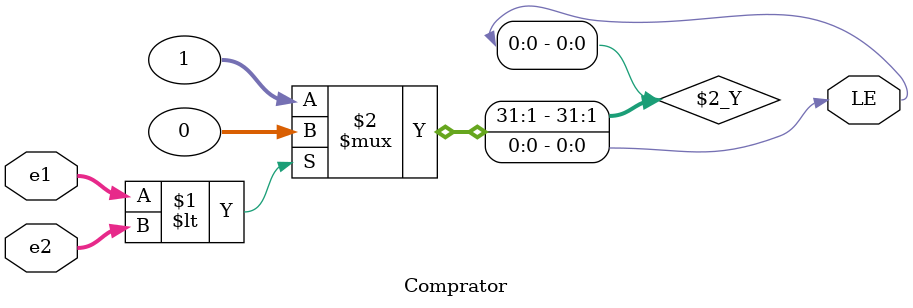
<source format=v>
module Comprator(input [7:0] e1, e2, output LE);
  assign LE = (e1 < e2) ? 0 : 1;
endmodule

</source>
